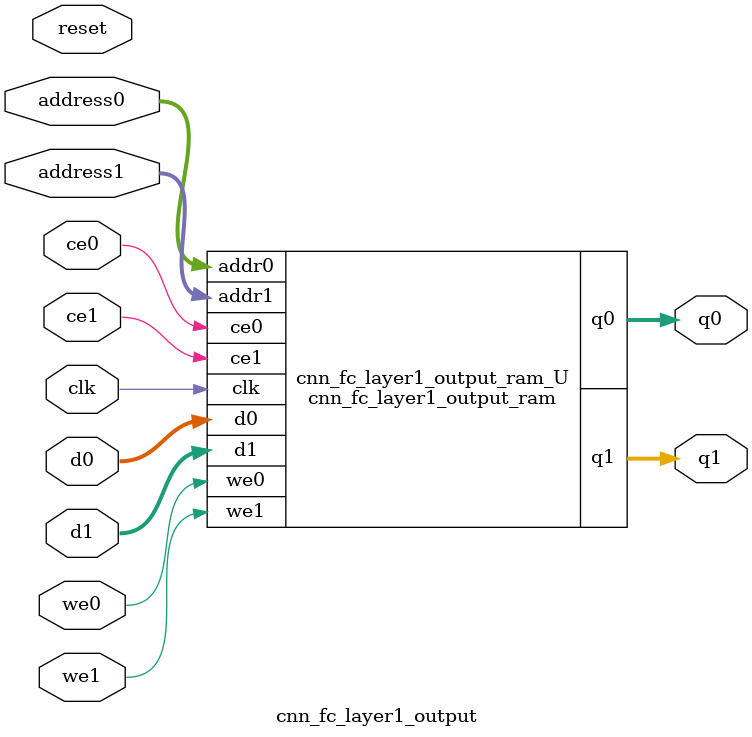
<source format=v>
`timescale 1 ns / 1 ps
module cnn_fc_layer1_output_ram (addr0, ce0, d0, we0, q0, addr1, ce1, d1, we1, q1,  clk);

parameter DWIDTH = 32;
parameter AWIDTH = 4;
parameter MEM_SIZE = 10;

input[AWIDTH-1:0] addr0;
input ce0;
input[DWIDTH-1:0] d0;
input we0;
output reg[DWIDTH-1:0] q0;
input[AWIDTH-1:0] addr1;
input ce1;
input[DWIDTH-1:0] d1;
input we1;
output reg[DWIDTH-1:0] q1;
input clk;

reg [DWIDTH-1:0] ram[0:MEM_SIZE-1];




always @(posedge clk)  
begin 
    if (ce0) begin
        if (we0) 
            ram[addr0] <= d0; 
        q0 <= ram[addr0];
    end
end


always @(posedge clk)  
begin 
    if (ce1) begin
        if (we1) 
            ram[addr1] <= d1; 
        q1 <= ram[addr1];
    end
end


endmodule

`timescale 1 ns / 1 ps
module cnn_fc_layer1_output(
    reset,
    clk,
    address0,
    ce0,
    we0,
    d0,
    q0,
    address1,
    ce1,
    we1,
    d1,
    q1);

parameter DataWidth = 32'd32;
parameter AddressRange = 32'd10;
parameter AddressWidth = 32'd4;
input reset;
input clk;
input[AddressWidth - 1:0] address0;
input ce0;
input we0;
input[DataWidth - 1:0] d0;
output[DataWidth - 1:0] q0;
input[AddressWidth - 1:0] address1;
input ce1;
input we1;
input[DataWidth - 1:0] d1;
output[DataWidth - 1:0] q1;



cnn_fc_layer1_output_ram cnn_fc_layer1_output_ram_U(
    .clk( clk ),
    .addr0( address0 ),
    .ce0( ce0 ),
    .we0( we0 ),
    .d0( d0 ),
    .q0( q0 ),
    .addr1( address1 ),
    .ce1( ce1 ),
    .we1( we1 ),
    .d1( d1 ),
    .q1( q1 ));

endmodule


</source>
